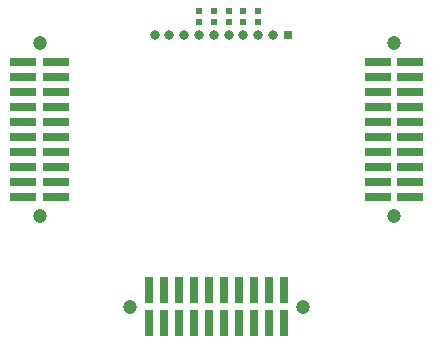
<source format=gbs>
G04 #@! TF.FileFunction,Soldermask,Bot*
%FSLAX46Y46*%
G04 Gerber Fmt 4.6, Leading zero omitted, Abs format (unit mm)*
G04 Created by KiCad (PCBNEW 4.0.2+e4-6225~38~ubuntu14.04.1-stable) date Sun 12 Jun 2016 21:20:04 BST*
%MOMM*%
G01*
G04 APERTURE LIST*
%ADD10C,0.100000*%
%ADD11R,0.800000X0.800000*%
%ADD12O,0.800000X0.800000*%
%ADD13R,2.220000X0.740000*%
%ADD14C,1.200000*%
%ADD15R,0.740000X2.220000*%
%ADD16R,0.620000X0.620000*%
G04 APERTURE END LIST*
D10*
D11*
X106000000Y-92000000D03*
D12*
X104750000Y-92000000D03*
X103500000Y-92000000D03*
X102250000Y-92000000D03*
X101000000Y-92000000D03*
X99750000Y-92000000D03*
X98500000Y-92000000D03*
X97250000Y-92000000D03*
X96000000Y-92000000D03*
X94750000Y-92000000D03*
D13*
X83635000Y-94285000D03*
X86365000Y-94285000D03*
X83635000Y-95555000D03*
X86365000Y-95555000D03*
X83635000Y-96825000D03*
X86365000Y-96825000D03*
X83635000Y-98095000D03*
X86365000Y-98095000D03*
X83635000Y-99365000D03*
X86365000Y-99365000D03*
X83635000Y-100635000D03*
X86365000Y-100635000D03*
X83635000Y-101905000D03*
X86365000Y-101905000D03*
X83635000Y-103175000D03*
X86365000Y-103175000D03*
X83635000Y-104445000D03*
X86365000Y-104445000D03*
X83635000Y-105715000D03*
X86365000Y-105715000D03*
D14*
X85000000Y-107305000D03*
X85000000Y-92695000D03*
D13*
X113635000Y-94285000D03*
X116365000Y-94285000D03*
X113635000Y-95555000D03*
X116365000Y-95555000D03*
X113635000Y-96825000D03*
X116365000Y-96825000D03*
X113635000Y-98095000D03*
X116365000Y-98095000D03*
X113635000Y-99365000D03*
X116365000Y-99365000D03*
X113635000Y-100635000D03*
X116365000Y-100635000D03*
X113635000Y-101905000D03*
X116365000Y-101905000D03*
X113635000Y-103175000D03*
X116365000Y-103175000D03*
X113635000Y-104445000D03*
X116365000Y-104445000D03*
X113635000Y-105715000D03*
X116365000Y-105715000D03*
D14*
X115000000Y-107305000D03*
X115000000Y-92695000D03*
D15*
X94285000Y-116365000D03*
X94285000Y-113635000D03*
X95555000Y-116365000D03*
X95555000Y-113635000D03*
X96825000Y-116365000D03*
X96825000Y-113635000D03*
X98095000Y-116365000D03*
X98095000Y-113635000D03*
X99365000Y-116365000D03*
X99365000Y-113635000D03*
X100635000Y-116365000D03*
X100635000Y-113635000D03*
X101905000Y-116365000D03*
X101905000Y-113635000D03*
X103175000Y-116365000D03*
X103175000Y-113635000D03*
X104445000Y-116365000D03*
X104445000Y-113635000D03*
X105715000Y-116365000D03*
X105715000Y-113635000D03*
D14*
X107305000Y-115000000D03*
X92695000Y-115000000D03*
D16*
X103500000Y-90000000D03*
X103500000Y-90900000D03*
X102250000Y-90000000D03*
X102250000Y-90900000D03*
X101000000Y-90000000D03*
X101000000Y-90900000D03*
X99750000Y-90000000D03*
X99750000Y-90900000D03*
X98500000Y-90000000D03*
X98500000Y-90900000D03*
M02*

</source>
